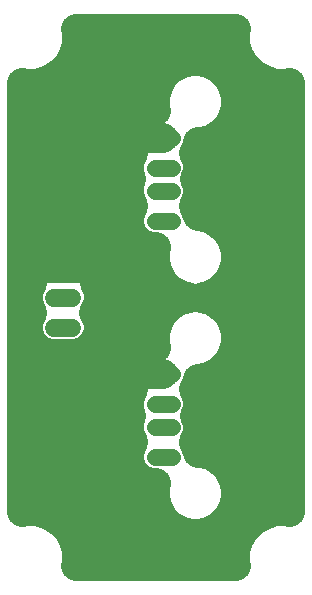
<source format=gbl>
G75*
%MOIN*%
%OFA0B0*%
%FSLAX25Y25*%
%IPPOS*%
%LPD*%
%AMOC8*
5,1,8,0,0,1.08239X$1,22.5*
%
%ADD10C,0.05740*%
%ADD11C,0.06000*%
%ADD12C,0.10000*%
D10*
X0059098Y0051276D02*
X0064839Y0051276D01*
X0064839Y0061118D02*
X0059098Y0061118D01*
X0059098Y0068992D02*
X0064839Y0068992D01*
X0064839Y0078835D02*
X0059098Y0078835D01*
X0059098Y0130016D02*
X0064839Y0130016D01*
X0064839Y0139858D02*
X0059098Y0139858D01*
X0059098Y0147732D02*
X0064839Y0147732D01*
X0064839Y0157575D02*
X0059098Y0157575D01*
D11*
X0031559Y0114425D02*
X0025559Y0114425D01*
X0025559Y0104425D02*
X0031559Y0104425D01*
X0031559Y0094425D02*
X0025559Y0094425D01*
D12*
X0015000Y0032897D02*
X0015000Y0175954D01*
X0015797Y0175740D01*
X0019825Y0175740D01*
X0023716Y0176783D01*
X0027205Y0178797D01*
X0030053Y0181645D01*
X0032068Y0185134D01*
X0033110Y0189025D01*
X0033110Y0193054D01*
X0032897Y0193850D01*
X0086190Y0193850D01*
X0085976Y0193054D01*
X0085976Y0189025D01*
X0087019Y0185134D01*
X0089033Y0181645D01*
X0091882Y0178797D01*
X0095370Y0176783D01*
X0099261Y0175740D01*
X0103290Y0175740D01*
X0104087Y0175954D01*
X0104087Y0032897D01*
X0103290Y0033110D01*
X0099261Y0033110D01*
X0095370Y0032068D01*
X0091882Y0030053D01*
X0089033Y0027205D01*
X0087019Y0023716D01*
X0085976Y0019825D01*
X0085976Y0015797D01*
X0086190Y0015000D01*
X0032897Y0015000D01*
X0033110Y0015797D01*
X0033110Y0019825D01*
X0032068Y0023716D01*
X0030053Y0027205D01*
X0027205Y0030053D01*
X0023716Y0032068D01*
X0019825Y0033110D01*
X0015797Y0033110D01*
X0015000Y0032897D01*
X0015000Y0035996D02*
X0059489Y0035996D01*
X0059110Y0037408D02*
X0060032Y0033968D01*
X0061813Y0030883D01*
X0064332Y0028364D01*
X0067416Y0026583D01*
X0070857Y0025661D01*
X0074419Y0025661D01*
X0077859Y0026583D01*
X0080944Y0028364D01*
X0083463Y0030883D01*
X0085243Y0033968D01*
X0086165Y0037408D01*
X0086165Y0040970D01*
X0085243Y0044410D01*
X0083463Y0047495D01*
X0080944Y0050014D01*
X0077859Y0051795D01*
X0074419Y0052717D01*
X0073509Y0052717D01*
X0073509Y0053000D01*
X0072189Y0056187D01*
X0072179Y0056197D01*
X0072189Y0056207D01*
X0073509Y0059394D01*
X0073509Y0062843D01*
X0072592Y0065055D01*
X0073509Y0067268D01*
X0073509Y0070717D01*
X0072205Y0073864D01*
X0072230Y0073896D01*
X0072811Y0074903D01*
X0073256Y0075977D01*
X0073557Y0077100D01*
X0073595Y0077394D01*
X0074419Y0077394D01*
X0077859Y0078316D01*
X0080944Y0080097D01*
X0083463Y0082615D01*
X0085243Y0085700D01*
X0086165Y0089140D01*
X0086165Y0092702D01*
X0085243Y0096143D01*
X0083463Y0099227D01*
X0080944Y0101746D01*
X0077859Y0103527D01*
X0074507Y0104425D01*
X0077859Y0105323D01*
X0080944Y0107104D01*
X0083463Y0109623D01*
X0085243Y0112708D01*
X0086165Y0116148D01*
X0086165Y0119710D01*
X0085243Y0123151D01*
X0083463Y0126235D01*
X0080944Y0128754D01*
X0077859Y0130535D01*
X0074419Y0131457D01*
X0073509Y0131457D01*
X0073509Y0131740D01*
X0072189Y0134927D01*
X0072179Y0134937D01*
X0072189Y0134947D01*
X0073509Y0138134D01*
X0073509Y0141583D01*
X0072592Y0143795D01*
X0073509Y0146008D01*
X0073509Y0149457D01*
X0072205Y0152604D01*
X0072230Y0152636D01*
X0072811Y0153643D01*
X0073256Y0154717D01*
X0073557Y0155841D01*
X0073595Y0156134D01*
X0074419Y0156134D01*
X0077859Y0157056D01*
X0080944Y0158837D01*
X0083463Y0161355D01*
X0085243Y0164440D01*
X0086165Y0167880D01*
X0086165Y0171442D01*
X0085243Y0174883D01*
X0083463Y0177968D01*
X0080944Y0180486D01*
X0077859Y0182267D01*
X0074419Y0183189D01*
X0070857Y0183189D01*
X0067416Y0182267D01*
X0064332Y0180486D01*
X0061813Y0177968D01*
X0060032Y0174883D01*
X0059110Y0171442D01*
X0059110Y0167880D01*
X0059495Y0166445D01*
X0058517Y0166445D01*
X0057364Y0166293D01*
X0056241Y0165992D01*
X0055167Y0165547D01*
X0054160Y0164966D01*
X0053237Y0164258D01*
X0052415Y0163436D01*
X0051707Y0162513D01*
X0051126Y0161506D01*
X0050681Y0160432D01*
X0050380Y0159309D01*
X0050228Y0158156D01*
X0050228Y0157575D01*
X0061968Y0157575D01*
X0061968Y0157575D01*
X0050228Y0157575D01*
X0050228Y0156993D01*
X0050380Y0155841D01*
X0050681Y0154717D01*
X0051126Y0153643D01*
X0051707Y0152636D01*
X0051732Y0152604D01*
X0050428Y0149457D01*
X0050428Y0146008D01*
X0051345Y0143795D01*
X0050428Y0141583D01*
X0050428Y0138134D01*
X0051748Y0134947D01*
X0051758Y0134937D01*
X0051748Y0134927D01*
X0050428Y0131740D01*
X0050428Y0128291D01*
X0051748Y0125105D01*
X0054187Y0122666D01*
X0057374Y0121346D01*
X0059548Y0121346D01*
X0059110Y0119710D01*
X0059110Y0116148D01*
X0060032Y0112708D01*
X0061813Y0109623D01*
X0064332Y0107104D01*
X0067416Y0105323D01*
X0070769Y0104425D01*
X0067416Y0103527D01*
X0064332Y0101746D01*
X0061813Y0099227D01*
X0060032Y0096143D01*
X0059110Y0092702D01*
X0059110Y0089140D01*
X0059495Y0087705D01*
X0058517Y0087705D01*
X0057364Y0087553D01*
X0056241Y0087252D01*
X0055167Y0086807D01*
X0054160Y0086226D01*
X0053237Y0085518D01*
X0052415Y0084696D01*
X0051707Y0083773D01*
X0051126Y0082766D01*
X0050681Y0081692D01*
X0050380Y0080569D01*
X0050228Y0079416D01*
X0050228Y0078835D01*
X0061968Y0078835D01*
X0061968Y0078835D01*
X0050228Y0078835D01*
X0050228Y0078253D01*
X0050380Y0077100D01*
X0050681Y0075977D01*
X0051126Y0074903D01*
X0051707Y0073896D01*
X0051732Y0073864D01*
X0050428Y0070717D01*
X0050428Y0067268D01*
X0051345Y0065055D01*
X0050428Y0062843D01*
X0050428Y0059394D01*
X0051748Y0056207D01*
X0051758Y0056197D01*
X0051748Y0056187D01*
X0050428Y0053000D01*
X0050428Y0049551D01*
X0051748Y0046364D01*
X0054187Y0043925D01*
X0057374Y0042606D01*
X0059548Y0042606D01*
X0059110Y0040970D01*
X0059110Y0037408D01*
X0052119Y0045994D02*
X0015000Y0045994D01*
X0015000Y0055993D02*
X0051668Y0055993D01*
X0050957Y0065991D02*
X0015000Y0065991D01*
X0015000Y0075990D02*
X0050678Y0075990D01*
X0053850Y0085988D02*
X0034186Y0085988D01*
X0033309Y0085625D02*
X0036544Y0086965D01*
X0039019Y0089440D01*
X0040359Y0092675D01*
X0040359Y0096176D01*
X0039019Y0099410D01*
X0039004Y0099425D01*
X0039019Y0099440D01*
X0040359Y0102675D01*
X0040359Y0106176D01*
X0039032Y0109380D01*
X0039058Y0109414D01*
X0039648Y0110436D01*
X0040100Y0111526D01*
X0040405Y0112666D01*
X0040559Y0113835D01*
X0040559Y0114425D01*
X0028559Y0114425D01*
X0016559Y0114425D01*
X0016559Y0113835D01*
X0016713Y0112666D01*
X0017018Y0111526D01*
X0017470Y0110436D01*
X0018060Y0109414D01*
X0018086Y0109380D01*
X0016759Y0106176D01*
X0016759Y0102675D01*
X0018099Y0099440D01*
X0018114Y0099425D01*
X0018099Y0099410D01*
X0016759Y0096176D01*
X0016759Y0092675D01*
X0018099Y0089440D01*
X0020574Y0086965D01*
X0023809Y0085625D01*
X0033309Y0085625D01*
X0040359Y0095987D02*
X0059990Y0095987D01*
X0066270Y0105985D02*
X0040359Y0105985D01*
X0040559Y0114425D02*
X0040559Y0115015D01*
X0040405Y0116185D01*
X0040100Y0117324D01*
X0039648Y0118414D01*
X0039058Y0119436D01*
X0038340Y0120372D01*
X0037506Y0121206D01*
X0036570Y0121924D01*
X0035548Y0122514D01*
X0034458Y0122966D01*
X0033319Y0123271D01*
X0032149Y0123425D01*
X0028559Y0123425D01*
X0024969Y0123425D01*
X0023799Y0123271D01*
X0022660Y0122966D01*
X0021570Y0122514D01*
X0020548Y0121924D01*
X0019612Y0121206D01*
X0018778Y0120372D01*
X0018060Y0119436D01*
X0017470Y0118414D01*
X0017018Y0117324D01*
X0016713Y0116185D01*
X0016559Y0115015D01*
X0016559Y0114425D01*
X0028559Y0114425D01*
X0028559Y0114425D01*
X0028559Y0114425D01*
X0040559Y0114425D01*
X0040432Y0115984D02*
X0059154Y0115984D01*
X0051385Y0125982D02*
X0015000Y0125982D01*
X0015000Y0115984D02*
X0016687Y0115984D01*
X0016759Y0105985D02*
X0015000Y0105985D01*
X0015000Y0095987D02*
X0016759Y0095987D01*
X0015000Y0085988D02*
X0022933Y0085988D01*
X0028559Y0114425D02*
X0028559Y0123425D01*
X0028559Y0114425D01*
X0028559Y0114425D01*
X0028559Y0115984D02*
X0028559Y0115984D01*
X0015000Y0135981D02*
X0051320Y0135981D01*
X0050440Y0145979D02*
X0015000Y0145979D01*
X0015000Y0155978D02*
X0050362Y0155978D01*
X0056203Y0165976D02*
X0015000Y0165976D01*
X0020700Y0175975D02*
X0060662Y0175975D01*
X0073575Y0155978D02*
X0104087Y0155978D01*
X0104087Y0165976D02*
X0085655Y0165976D01*
X0084613Y0175975D02*
X0098386Y0175975D01*
X0086794Y0185973D02*
X0032292Y0185973D01*
X0073497Y0145979D02*
X0104087Y0145979D01*
X0104087Y0135981D02*
X0072617Y0135981D01*
X0083609Y0125982D02*
X0104087Y0125982D01*
X0104087Y0115984D02*
X0086121Y0115984D01*
X0079005Y0105985D02*
X0104087Y0105985D01*
X0104087Y0095987D02*
X0085285Y0095987D01*
X0085321Y0085988D02*
X0104087Y0085988D01*
X0104087Y0075990D02*
X0073259Y0075990D01*
X0072980Y0065991D02*
X0104087Y0065991D01*
X0104087Y0055993D02*
X0072269Y0055993D01*
X0084329Y0045994D02*
X0104087Y0045994D01*
X0104087Y0035996D02*
X0085787Y0035996D01*
X0088336Y0025997D02*
X0075671Y0025997D01*
X0069604Y0025997D02*
X0030751Y0025997D01*
X0033110Y0015999D02*
X0085976Y0015999D01*
M02*

</source>
